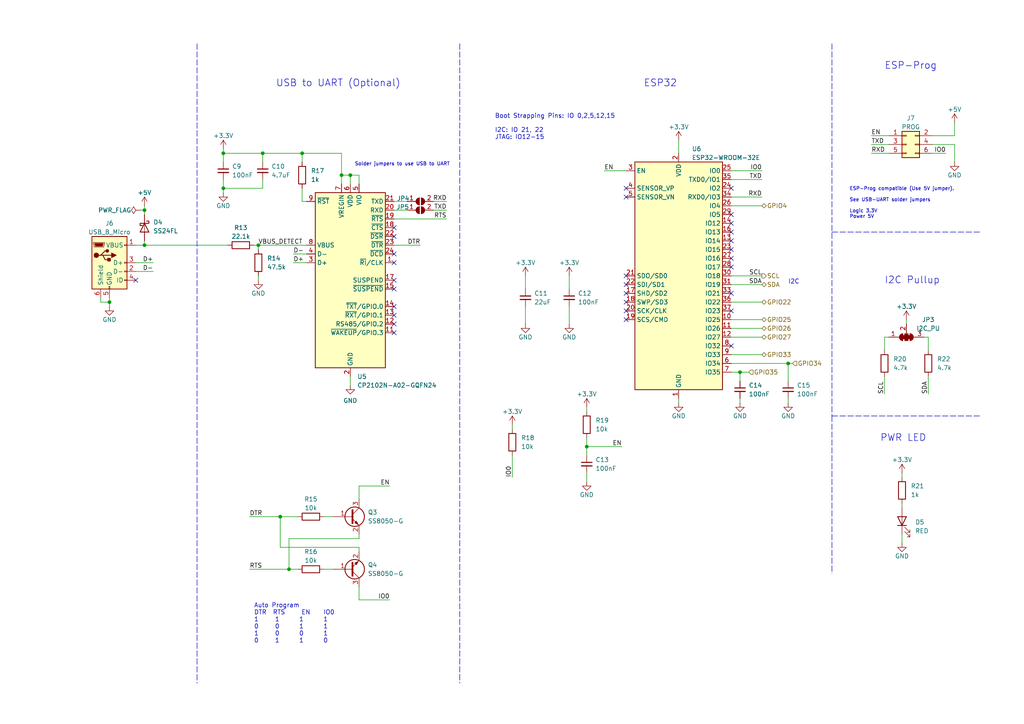
<source format=kicad_sch>
(kicad_sch (version 20211123) (generator eeschema)
  (paper "A4")
  (title_block (title "Blugasm") (date "2023-01-24") (rev "1") (company "saawsm"))
  (lib_symbols
    (symbol "Connector:USB_B_Micro" (pin_names (offset 1.016))
      (property "Reference" "J" (at -5.08 11.43 0))
      (property "Value" "USB_B_Micro" (at -5.08 8.89 0))
      (symbol "USB_B_Micro_0_1"
        (rectangle (start -5.08 -7.62) (end 5.08 7.62) (stroke (width 0.254)) (fill (type background)))
        (circle (center -3.81 2.159) (radius 0.635) (stroke (width 0.254)) (fill (type outline)))
        (circle (center -0.635 3.429) (radius 0.381) (stroke (width 0.254)) (fill (type outline)))
        (rectangle (start -0.127 -7.62) (end 0.127 -6.858))
        (polyline (pts (xy -1.905 2.159) (xy 0.635 2.159)) (stroke (width 0.254)))
        (polyline (pts (xy -3.175 2.159) (xy -2.54 2.159) (xy -1.27 3.429) (xy -0.635 3.429)) (stroke (width 0.254)))
        (polyline (pts (xy -2.54 2.159) (xy -1.905 2.159) (xy -1.27 0.889) (xy 0 0.889)) (stroke (width 0.254)))
        (polyline (pts (xy 0.635 2.794) (xy 0.635 1.524) (xy 1.905 2.159) (xy 0.635 2.794)) (stroke (width 0.254)) (fill (type outline)))
        (polyline (pts (xy -4.318 5.588) (xy -1.778 5.588) (xy -2.032 4.826) (xy -4.064 4.826) (xy -4.318 5.588)) (fill (type outline)))
        (polyline (pts (xy -4.699 5.842) (xy -4.699 5.588) (xy -4.445 4.826) (xy -4.445 4.572) (xy -1.651 4.572) (xy -1.651 4.826) (xy -1.397 5.588) (xy -1.397 5.842) (xy -4.699 5.842)))
        (rectangle (start 0.254 1.27) (end -0.508 0.508) (stroke (width 0.254)) (fill (type outline)))
        (rectangle (start 5.08 -5.207) (end 4.318 -4.953))
        (rectangle (start 5.08 -2.667) (end 4.318 -2.413))
        (rectangle (start 5.08 -0.127) (end 4.318 0.127))
        (rectangle (start 5.08 4.953) (end 4.318 5.207))
      )
      (symbol "USB_B_Micro_1_1"
        (pin power_out line (at 7.62 5.08 180) (length 2.54) (name "VBUS") (number "1"))
        (pin bidirectional line (at 7.62 -2.54 180) (length 2.54) (name "D-") (number "2"))
        (pin bidirectional line (at 7.62 0 180) (length 2.54) (name "D+") (number "3"))
        (pin passive line (at 7.62 -5.08 180) (length 2.54) (name "ID") (number "4"))
        (pin power_out line (at 0 -10.16 90) (length 2.54) (name "GND") (number "5"))
        (pin passive line (at -2.54 -10.16 90) (length 2.54) (name "Shield") (number "6"))
      )
    )
    (symbol "Connector_Generic:Conn_02x03_Odd_Even" (pin_names (offset 1.016) hide)
      (property "Reference" "J" (at 1.27 5.08 0))
      (property "Value" "Conn_02x03_Odd_Even" (at 1.27 -5.08 0))
      (symbol "Conn_02x03_Odd_Even_1_1"
        (rectangle (start -1.27 -2.413) (end 0 -2.667) (stroke (width 0.1524)))
        (rectangle (start -1.27 0.127) (end 0 -0.127) (stroke (width 0.1524)))
        (rectangle (start -1.27 2.667) (end 0 2.413) (stroke (width 0.1524)))
        (rectangle (start -1.27 3.81) (end 3.81 -3.81) (stroke (width 0.254)) (fill (type background)))
        (rectangle (start 3.81 -2.413) (end 2.54 -2.667) (stroke (width 0.1524)))
        (rectangle (start 3.81 0.127) (end 2.54 -0.127) (stroke (width 0.1524)))
        (rectangle (start 3.81 2.667) (end 2.54 2.413) (stroke (width 0.1524)))
        (pin passive line (at -5.08 2.54 0) (length 3.81) (name "Pin_1") (number "1"))
        (pin passive line (at 7.62 2.54 180) (length 3.81) (name "Pin_2") (number "2"))
        (pin passive line (at -5.08 0 0) (length 3.81) (name "Pin_3") (number "3"))
        (pin passive line (at 7.62 0 180) (length 3.81) (name "Pin_4") (number "4"))
        (pin passive line (at -5.08 -2.54 0) (length 3.81) (name "Pin_5") (number "5"))
        (pin passive line (at 7.62 -2.54 180) (length 3.81) (name "Pin_6") (number "6"))
      )
    )
    (symbol "Device:C_Small" (pin_numbers hide) (pin_names (offset 0.254) hide)
      (property "Reference" "C" (at 0.254 1.778 0))
      (property "Value" "C_Small" (at 0.254 -2.032 0))
      (symbol "C_Small_0_1"
        (polyline (pts (xy -1.524 -0.508) (xy 1.524 -0.508)) (stroke (width 0.3302)))
        (polyline (pts (xy -1.524 0.508) (xy 1.524 0.508)) (stroke (width 0.3048)))
      )
      (symbol "C_Small_1_1"
        (pin passive line (at 0 2.54 270) (length 2.032) (name "~") (number "1"))
        (pin passive line (at 0 -2.54 90) (length 2.032) (name "~") (number "2"))
      )
    )
    (symbol "Device:D_Schottky" (pin_numbers hide) (pin_names (offset 1.016) hide)
      (property "Reference" "D" (at 0 2.54 0))
      (property "Value" "D_Schottky" (at 0 -2.54 0))
      (symbol "D_Schottky_0_1"
        (polyline (pts (xy 1.27 0) (xy -1.27 0)))
        (polyline (pts (xy 1.27 1.27) (xy 1.27 -1.27) (xy -1.27 0) (xy 1.27 1.27)) (stroke (width 0.254)))
        (polyline (pts (xy -1.905 0.635) (xy -1.905 1.27) (xy -1.27 1.27) (xy -1.27 -1.27) (xy -0.635 -1.27) (xy -0.635 -0.635)) (stroke (width 0.254)))
      )
      (symbol "D_Schottky_1_1"
        (pin passive line (at -3.81 0 0) (length 2.54) (name "K") (number "1"))
        (pin passive line (at 3.81 0 180) (length 2.54) (name "A") (number "2"))
      )
    )
    (symbol "Device:LED" (pin_numbers hide) (pin_names (offset 1.016) hide)
      (property "Reference" "D" (at 0 2.54 0))
      (property "Value" "LED" (at 0 -2.54 0))
      (symbol "LED_0_1"
        (polyline (pts (xy -1.27 -1.27) (xy -1.27 1.27)) (stroke (width 0.254)))
        (polyline (pts (xy -1.27 0) (xy 1.27 0)))
        (polyline (pts (xy 1.27 -1.27) (xy 1.27 1.27) (xy -1.27 0) (xy 1.27 -1.27)) (stroke (width 0.254)))
        (polyline (pts (xy -3.048 -0.762) (xy -4.572 -2.286) (xy -3.81 -2.286) (xy -4.572 -2.286) (xy -4.572 -1.524)))
        (polyline (pts (xy -1.778 -0.762) (xy -3.302 -2.286) (xy -2.54 -2.286) (xy -3.302 -2.286) (xy -3.302 -1.524)))
      )
      (symbol "LED_1_1"
        (pin passive line (at -3.81 0 0) (length 2.54) (name "K") (number "1"))
        (pin passive line (at 3.81 0 180) (length 2.54) (name "A") (number "2"))
      )
    )
    (symbol "Device:Q_NPN_BEC" (pin_names (offset 0) hide)
      (property "Reference" "Q" (at 5.08 1.27 0))
      (property "Value" "Q_NPN_BEC" (at 5.08 -1.27 0))
      (symbol "Q_NPN_BEC_0_1"
        (polyline (pts (xy 0.635 0.635) (xy 2.54 2.54)))
        (polyline (pts (xy 0.635 -0.635) (xy 2.54 -2.54) (xy 2.54 -2.54)))
        (polyline (pts (xy 0.635 1.905) (xy 0.635 -1.905) (xy 0.635 -1.905)) (stroke (width 0.508)))
        (polyline (pts (xy 1.27 -1.778) (xy 1.778 -1.27) (xy 2.286 -2.286) (xy 1.27 -1.778) (xy 1.27 -1.778)) (fill (type outline)))
        (circle (center 1.27 0) (radius 2.8194) (stroke (width 0.254)))
      )
      (symbol "Q_NPN_BEC_1_1"
        (pin input line (at -5.08 0 0) (length 5.715) (name "B") (number "1"))
        (pin passive line (at 2.54 -5.08 90) (length 2.54) (name "E") (number "2"))
        (pin passive line (at 2.54 5.08 270) (length 2.54) (name "C") (number "3"))
      )
    )
    (symbol "Device:R" (pin_numbers hide) (pin_names (offset 0))
      (property "Reference" "R" (at 2.032 0 90))
      (property "Value" "R" (at 0 0 90))
      (symbol "R_0_1"
        (rectangle (start -1.016 -2.54) (end 1.016 2.54) (stroke (width 0.254)))
      )
      (symbol "R_1_1"
        (pin passive line (at 0 3.81 270) (length 1.27) (name "~") (number "1"))
        (pin passive line (at 0 -3.81 90) (length 1.27) (name "~") (number "2"))
      )
    )
    (symbol "Interface_USB:CP2102N-Axx-xQFN24"
      (property "Reference" "U" (at -8.89 26.67 0))
      (property "Value" "CP2102N-Axx-xQFN24" (at 13.97 26.67 0))
      (symbol "CP2102N-Axx-xQFN24_0_1"
        (rectangle (start -10.16 25.4) (end 10.16 -25.4) (stroke (width 0.254)) (fill (type background)))
      )
      (symbol "CP2102N-Axx-xQFN24_1_1"
        (pin bidirectional line (at 12.7 5.08 180) (length 2.54) (name "~{RI}/CLK") (number "1"))
        (pin no_connect line (at -10.16 -22.86 0) (length 2.54) hide (name "NC") (number "10"))
        (pin bidirectional line (at 12.7 -15.24 180) (length 2.54) (name "~{WAKEUP}/GPIO.3") (number "11"))
        (pin bidirectional line (at 12.7 -12.7 180) (length 2.54) (name "RS485/GPIO.2") (number "12"))
        (pin bidirectional line (at 12.7 -10.16 180) (length 2.54) (name "~{RXT}/GPIO.1") (number "13"))
        (pin bidirectional line (at 12.7 -7.62 180) (length 2.54) (name "~{TXT}/GPIO.0") (number "14"))
        (pin output line (at 12.7 -2.54 180) (length 2.54) (name "~{SUSPEND}") (number "15"))
        (pin no_connect line (at 10.16 -22.86 180) (length 2.54) hide (name "NC") (number "16"))
        (pin output line (at 12.7 0 180) (length 2.54) (name "SUSPEND") (number "17"))
        (pin input line (at 12.7 15.24 180) (length 2.54) (name "~{CTS}") (number "18"))
        (pin output line (at 12.7 17.78 180) (length 2.54) (name "~{RTS}") (number "19"))
        (pin power_in line (at 0 -27.94 90) (length 2.54) (name "GND") (number "2"))
        (pin input line (at 12.7 20.32 180) (length 2.54) (name "RXD") (number "20"))
        (pin output line (at 12.7 22.86 180) (length 2.54) (name "TXD") (number "21"))
        (pin input line (at 12.7 12.7 180) (length 2.54) (name "~{DSR}") (number "22"))
        (pin output line (at 12.7 10.16 180) (length 2.54) (name "~{DTR}") (number "23"))
        (pin input line (at 12.7 7.62 180) (length 2.54) (name "~{DCD}") (number "24"))
        (pin passive line (at 0 -27.94 90) (length 2.54) hide (name "GND") (number "25"))
        (pin bidirectional line (at -12.7 5.08 0) (length 2.54) (name "D+") (number "3"))
        (pin bidirectional line (at -12.7 7.62 0) (length 2.54) (name "D-") (number "4"))
        (pin power_in line (at 2.54 27.94 270) (length 2.54) (name "VIO") (number "5"))
        (pin power_in line (at 0 27.94 270) (length 2.54) (name "VDD") (number "6"))
        (pin power_in line (at -2.54 27.94 270) (length 2.54) (name "VREGIN") (number "7"))
        (pin input line (at -12.7 10.16 0) (length 2.54) (name "VBUS") (number "8"))
        (pin input line (at -12.7 22.86 0) (length 2.54) (name "~{RST}") (number "9"))
      )
    )
    (symbol "Jumper:SolderJumper_2_Open" (pin_names (offset 0) hide)
      (property "Reference" "JP" (at 0 2.032 0))
      (property "Value" "SolderJumper_2_Open" (at 0 -2.54 0))
      (symbol "SolderJumper_2_Open_0_1"
        (arc (start -0.254 1.016) (mid -1.27 0) (end -0.254 -1.016))
        (arc (start -0.254 1.016) (mid -1.27 0) (end -0.254 -1.016) (fill (type outline)))
        (polyline (pts (xy -0.254 1.016) (xy -0.254 -1.016)))
        (polyline (pts (xy 0.254 1.016) (xy 0.254 -1.016)))
        (arc (start 0.254 -1.016) (mid 1.27 0) (end 0.254 1.016))
        (arc (start 0.254 -1.016) (mid 1.27 0) (end 0.254 1.016) (fill (type outline)))
      )
      (symbol "SolderJumper_2_Open_1_1"
        (pin passive line (at -3.81 0 0) (length 2.54) (name "A") (number "1"))
        (pin passive line (at 3.81 0 180) (length 2.54) (name "B") (number "2"))
      )
    )
    (symbol "Jumper:SolderJumper_3_Bridged123" (pin_names (offset 0) hide)
      (property "Reference" "JP" (at -2.54 -2.54 0))
      (property "Value" "SolderJumper_3_Bridged123" (at 0 2.794 0))
      (symbol "SolderJumper_3_Bridged123_0_1"
        (rectangle (start -1.016 0.508) (end -0.508 -0.508) (fill (type outline)))
        (arc (start -1.016 1.016) (mid -2.032 0) (end -1.016 -1.016))
        (arc (start -1.016 1.016) (mid -2.032 0) (end -1.016 -1.016) (fill (type outline)))
        (rectangle (start -0.508 1.016) (end 0.508 -1.016) (fill (type outline)))
        (polyline (pts (xy -2.54 0) (xy -2.032 0)))
        (polyline (pts (xy -1.016 1.016) (xy -1.016 -1.016)))
        (polyline (pts (xy 0 -1.27) (xy 0 -1.016)))
        (polyline (pts (xy 1.016 1.016) (xy 1.016 -1.016)))
        (polyline (pts (xy 2.54 0) (xy 2.032 0)))
        (rectangle (start 0.508 0.508) (end 1.016 -0.508) (fill (type outline)))
        (arc (start 1.016 -1.016) (mid 2.032 0) (end 1.016 1.016))
        (arc (start 1.016 -1.016) (mid 2.032 0) (end 1.016 1.016) (fill (type outline)))
      )
      (symbol "SolderJumper_3_Bridged123_1_1"
        (pin passive line (at -5.08 0 0) (length 2.54) (name "A") (number "1"))
        (pin passive line (at 0 -3.81 90) (length 2.54) (name "C") (number "2"))
        (pin passive line (at 5.08 0 180) (length 2.54) (name "B") (number "3"))
      )
    )
    (symbol "RF_Module:ESP32-WROOM-32D"
      (property "Reference" "U" (at -12.7 34.29 0))
      (property "Value" "ESP32-WROOM-32D" (at 1.27 34.29 0))
      (symbol "ESP32-WROOM-32D_0_1"
        (rectangle (start -12.7 33.02) (end 12.7 -33.02) (stroke (width 0.254)) (fill (type background)))
      )
      (symbol "ESP32-WROOM-32D_1_1"
        (pin power_in line (at 0 -35.56 90) (length 2.54) (name "GND") (number "1"))
        (pin bidirectional line (at 15.24 -12.7 180) (length 2.54) (name "IO25") (number "10"))
        (pin bidirectional line (at 15.24 -15.24 180) (length 2.54) (name "IO26") (number "11"))
        (pin bidirectional line (at 15.24 -17.78 180) (length 2.54) (name "IO27") (number "12"))
        (pin bidirectional line (at 15.24 10.16 180) (length 2.54) (name "IO14") (number "13"))
        (pin bidirectional line (at 15.24 15.24 180) (length 2.54) (name "IO12") (number "14"))
        (pin passive line (at 0 -35.56 90) (length 2.54) hide (name "GND") (number "15"))
        (pin bidirectional line (at 15.24 12.7 180) (length 2.54) (name "IO13") (number "16"))
        (pin bidirectional line (at -15.24 -5.08 0) (length 2.54) (name "SHD/SD2") (number "17"))
        (pin bidirectional line (at -15.24 -7.62 0) (length 2.54) (name "SWP/SD3") (number "18"))
        (pin bidirectional line (at -15.24 -12.7 0) (length 2.54) (name "SCS/CMD") (number "19"))
        (pin power_in line (at 0 35.56 270) (length 2.54) (name "VDD") (number "2"))
        (pin bidirectional line (at -15.24 -10.16 0) (length 2.54) (name "SCK/CLK") (number "20"))
        (pin bidirectional line (at -15.24 0 0) (length 2.54) (name "SDO/SD0") (number "21"))
        (pin bidirectional line (at -15.24 -2.54 0) (length 2.54) (name "SDI/SD1") (number "22"))
        (pin bidirectional line (at 15.24 7.62 180) (length 2.54) (name "IO15") (number "23"))
        (pin bidirectional line (at 15.24 25.4 180) (length 2.54) (name "IO2") (number "24"))
        (pin bidirectional line (at 15.24 30.48 180) (length 2.54) (name "IO0") (number "25"))
        (pin bidirectional line (at 15.24 20.32 180) (length 2.54) (name "IO4") (number "26"))
        (pin bidirectional line (at 15.24 5.08 180) (length 2.54) (name "IO16") (number "27"))
        (pin bidirectional line (at 15.24 2.54 180) (length 2.54) (name "IO17") (number "28"))
        (pin bidirectional line (at 15.24 17.78 180) (length 2.54) (name "IO5") (number "29"))
        (pin input line (at -15.24 30.48 0) (length 2.54) (name "EN") (number "3"))
        (pin bidirectional line (at 15.24 0 180) (length 2.54) (name "IO18") (number "30"))
        (pin bidirectional line (at 15.24 -2.54 180) (length 2.54) (name "IO19") (number "31"))
        (pin no_connect line (at -12.7 -27.94 0) (length 2.54) hide (name "NC") (number "32"))
        (pin bidirectional line (at 15.24 -5.08 180) (length 2.54) (name "IO21") (number "33"))
        (pin bidirectional line (at 15.24 22.86 180) (length 2.54) (name "RXD0/IO3") (number "34"))
        (pin bidirectional line (at 15.24 27.94 180) (length 2.54) (name "TXD0/IO1") (number "35"))
        (pin bidirectional line (at 15.24 -7.62 180) (length 2.54) (name "IO22") (number "36"))
        (pin bidirectional line (at 15.24 -10.16 180) (length 2.54) (name "IO23") (number "37"))
        (pin passive line (at 0 -35.56 90) (length 2.54) hide (name "GND") (number "38"))
        (pin passive line (at 0 -35.56 90) (length 2.54) hide (name "GND") (number "39"))
        (pin input line (at -15.24 25.4 0) (length 2.54) (name "SENSOR_VP") (number "4"))
        (pin input line (at -15.24 22.86 0) (length 2.54) (name "SENSOR_VN") (number "5"))
        (pin input line (at 15.24 -25.4 180) (length 2.54) (name "IO34") (number "6"))
        (pin input line (at 15.24 -27.94 180) (length 2.54) (name "IO35") (number "7"))
        (pin bidirectional line (at 15.24 -20.32 180) (length 2.54) (name "IO32") (number "8"))
        (pin bidirectional line (at 15.24 -22.86 180) (length 2.54) (name "IO33") (number "9"))
      )
    )
    (symbol "power:+3.3V" (power) (pin_names (offset 0))
      (property "Value" "+3.3V" (at 0 3.556 0))
      (symbol "+3.3V_0_1"
        (polyline (pts (xy -0.762 1.27) (xy 0 2.54)))
        (polyline (pts (xy 0 0) (xy 0 2.54)))
        (polyline (pts (xy 0 2.54) (xy 0.762 1.27)))
      )
      (symbol "+3.3V_1_1"
        (pin power_in line (at 0 0 90) (length 0) hide (name "+3.3V") (number "1"))
      )
    )
    (symbol "power:+5V" (power) (pin_names (offset 0))
      (property "Value" "+5V" (at 0 3.556 0))
      (symbol "+5V_0_1"
        (polyline (pts (xy -0.762 1.27) (xy 0 2.54)))
        (polyline (pts (xy 0 0) (xy 0 2.54)))
        (polyline (pts (xy 0 2.54) (xy 0.762 1.27)))
      )
      (symbol "+5V_1_1"
        (pin power_in line (at 0 0 90) (length 0) hide (name "+5V") (number "1"))
      )
    )
    (symbol "power:GND" (power) (pin_names (offset 0))
      (property "Value" "GND" (at 0 -3.81 0))
      (symbol "GND_0_1"
        (polyline (pts (xy 0 0) (xy 0 -1.27) (xy 1.27 -1.27) (xy 0 -2.54) (xy -1.27 -1.27) (xy 0 -1.27)))
      )
      (symbol "GND_1_1"
        (pin power_in line (at 0 0 270) (length 0) hide (name "GND") (number "1"))
      )
    )
    (symbol "power:PWR_FLAG" (power) (pin_numbers hide) (pin_names (offset 0) hide)
      (property "Value" "PWR_FLAG" (at 0 3.81 0))
      (symbol "PWR_FLAG_0_0"
        (pin power_out line (at 0 0 90) (length 0) (name "pwr") (number "1"))
      )
      (symbol "PWR_FLAG_0_1"
        (polyline (pts (xy 0 0) (xy 0 1.27) (xy -1.016 1.905) (xy 0 2.54) (xy 1.016 1.905) (xy 0 1.27)))
      )
    )
  )
  (junction (at 76.2 44.45))
  (junction (at 81.28 149.86))
  (junction (at 41.91 71.12))
  (junction (at 31.75 87.63))
  (junction (at 41.91 60.96))
  (junction (at 74.93 71.12))
  (junction (at 214.63 107.95))
  (junction (at 83.82 165.1))
  (junction (at 99.06 50.8))
  (junction (at 228.6 105.41))
  (junction (at 87.63 44.45))
  (junction (at 64.77 44.45))
  (junction (at 170.18 129.54))
  (junction (at 101.6 50.8))
  (junction (at 64.77 54.61))
  (no_connect (at 212.09 100.33))
  (no_connect (at 212.09 67.31))
  (no_connect (at 114.3 83.82))
  (no_connect (at 181.61 90.17))
  (no_connect (at 114.3 76.2))
  (no_connect (at 181.61 87.63))
  (no_connect (at 212.09 69.85))
  (no_connect (at 181.61 92.71))
  (no_connect (at 212.09 54.61))
  (no_connect (at 114.3 93.98))
  (no_connect (at 114.3 66.04))
  (no_connect (at 114.3 88.9))
  (no_connect (at 114.3 91.44))
  (no_connect (at 114.3 73.66))
  (no_connect (at 181.61 54.61))
  (no_connect (at 212.09 90.17))
  (no_connect (at 181.61 80.01))
  (no_connect (at 181.61 57.15))
  (no_connect (at 212.09 74.93))
  (no_connect (at 212.09 77.47))
  (no_connect (at 114.3 96.52))
  (no_connect (at 114.3 81.28))
  (no_connect (at 212.09 64.77))
  (no_connect (at 212.09 72.39))
  (no_connect (at 181.61 85.09))
  (no_connect (at 39.37 81.28))
  (no_connect (at 181.61 82.55))
  (no_connect (at 114.3 68.58))
  (no_connect (at 212.09 85.09))
  (no_connect (at 212.09 62.23))
  (wire (pts (xy 170.18 127) (xy 170.18 129.54)))
  (wire (pts (xy 99.06 50.8) (xy 99.06 53.34)))
  (wire (pts (xy 39.37 78.74) (xy 44.45 78.74)))
  (wire (pts (xy 214.63 115.57) (xy 214.63 116.84)))
  (wire (pts (xy 212.09 95.25) (xy 220.98 95.25)))
  (wire (pts (xy 165.1 80.01) (xy 165.1 83.82)))
  (wire (pts (xy 72.39 149.86) (xy 81.28 149.86)))
  (wire (pts (xy 256.54 97.79) (xy 256.54 101.6)))
  (wire (pts (xy 212.09 82.55) (xy 220.98 82.55)))
  (wire (pts (xy 93.98 165.1) (xy 96.52 165.1)))
  (wire (pts (xy 64.77 55.88) (xy 64.77 54.61)))
  (wire (pts (xy 196.85 115.57) (xy 196.85 116.84)))
  (wire (pts (xy 170.18 137.16) (xy 170.18 139.7)))
  (wire (pts (xy 76.2 44.45) (xy 87.63 44.45)))
  (wire (pts (xy 101.6 50.8) (xy 101.6 53.34)))
  (wire (pts (xy 41.91 69.85) (xy 41.91 71.12)))
  (wire (pts (xy 104.14 173.99) (xy 113.03 173.99)))
  (wire (pts (xy 269.24 114.3) (xy 269.24 109.22)))
  (wire (pts (xy 257.81 39.37) (xy 252.73 39.37)))
  (wire (pts (xy 64.77 52.07) (xy 64.77 54.61)))
  (wire (pts (xy 104.14 50.8) (xy 101.6 50.8)))
  (wire (pts (xy 104.14 156.21) (xy 83.82 156.21)))
  (polyline (pts (xy 241.3 120.65) (xy 284.48 120.65)))
  (wire (pts (xy 212.09 87.63) (xy 220.98 87.63)))
  (wire (pts (xy 196.85 40.64) (xy 196.85 44.45)))
  (wire (pts (xy 41.91 59.69) (xy 41.91 60.96)))
  (wire (pts (xy 125.73 60.96) (xy 129.54 60.96)))
  (polyline (pts (xy 241.3 12.7) (xy 241.3 120.65)))
  (wire (pts (xy 72.39 165.1) (xy 83.82 165.1)))
  (polyline (pts (xy 133.35 12.7) (xy 133.35 198.12)))
  (wire (pts (xy 212.09 57.15) (xy 220.98 57.15)))
  (wire (pts (xy 74.93 80.01) (xy 74.93 81.28)))
  (wire (pts (xy 170.18 118.11) (xy 170.18 119.38)))
  (wire (pts (xy 88.9 58.42) (xy 87.63 58.42)))
  (wire (pts (xy 276.86 39.37) (xy 270.51 39.37)))
  (wire (pts (xy 104.14 158.75) (xy 104.14 160.02)))
  (wire (pts (xy 152.4 80.01) (xy 152.4 83.82)))
  (wire (pts (xy 85.09 76.2) (xy 88.9 76.2)))
  (wire (pts (xy 29.21 87.63) (xy 31.75 87.63)))
  (wire (pts (xy 257.81 41.91) (xy 252.73 41.91)))
  (wire (pts (xy 212.09 97.79) (xy 220.98 97.79)))
  (wire (pts (xy 64.77 44.45) (xy 76.2 44.45)))
  (wire (pts (xy 104.14 53.34) (xy 104.14 50.8)))
  (wire (pts (xy 40.64 60.96) (xy 41.91 60.96)))
  (wire (pts (xy 212.09 105.41) (xy 228.6 105.41)))
  (wire (pts (xy 212.09 49.53) (xy 220.98 49.53)))
  (wire (pts (xy 93.98 149.86) (xy 96.52 149.86)))
  (wire (pts (xy 86.36 149.86) (xy 81.28 149.86)))
  (wire (pts (xy 212.09 102.87) (xy 220.98 102.87)))
  (wire (pts (xy 276.86 46.99) (xy 276.86 41.91)))
  (wire (pts (xy 165.1 88.9) (xy 165.1 93.98)))
  (wire (pts (xy 276.86 35.56) (xy 276.86 39.37)))
  (wire (pts (xy 170.18 129.54) (xy 180.34 129.54)))
  (wire (pts (xy 74.93 71.12) (xy 88.9 71.12)))
  (wire (pts (xy 41.91 62.23) (xy 41.91 60.96)))
  (wire (pts (xy 212.09 59.69) (xy 220.98 59.69)))
  (wire (pts (xy 73.66 71.12) (xy 74.93 71.12)))
  (wire (pts (xy 87.63 58.42) (xy 87.63 54.61)))
  (wire (pts (xy 104.14 154.94) (xy 104.14 156.21)))
  (wire (pts (xy 101.6 109.22) (xy 101.6 111.76)))
  (wire (pts (xy 269.24 97.79) (xy 269.24 101.6)))
  (polyline (pts (xy 57.15 12.7) (xy 57.15 198.12)))
  (wire (pts (xy 83.82 156.21) (xy 83.82 165.1)))
  (wire (pts (xy 214.63 107.95) (xy 212.09 107.95)))
  (wire (pts (xy 212.09 92.71) (xy 220.98 92.71)))
  (wire (pts (xy 148.59 132.08) (xy 148.59 138.43)))
  (wire (pts (xy 104.14 144.78) (xy 104.14 140.97)))
  (wire (pts (xy 270.51 44.45) (xy 274.32 44.45)))
  (wire (pts (xy 31.75 86.36) (xy 31.75 87.63)))
  (wire (pts (xy 74.93 71.12) (xy 74.93 72.39)))
  (wire (pts (xy 87.63 44.45) (xy 87.63 46.99)))
  (wire (pts (xy 114.3 60.96) (xy 118.11 60.96)))
  (wire (pts (xy 114.3 63.5) (xy 129.54 63.5)))
  (wire (pts (xy 228.6 105.41) (xy 229.87 105.41)))
  (wire (pts (xy 39.37 76.2) (xy 44.45 76.2)))
  (wire (pts (xy 114.3 71.12) (xy 121.92 71.12)))
  (wire (pts (xy 152.4 88.9) (xy 152.4 93.98)))
  (wire (pts (xy 270.51 41.91) (xy 276.86 41.91)))
  (wire (pts (xy 175.26 49.53) (xy 181.61 49.53)))
  (wire (pts (xy 29.21 86.36) (xy 29.21 87.63)))
  (wire (pts (xy 212.09 52.07) (xy 220.98 52.07)))
  (wire (pts (xy 101.6 50.8) (xy 99.06 50.8)))
  (wire (pts (xy 228.6 115.57) (xy 228.6 116.84)))
  (wire (pts (xy 212.09 80.01) (xy 220.98 80.01)))
  (wire (pts (xy 99.06 44.45) (xy 99.06 50.8)))
  (wire (pts (xy 76.2 52.07) (xy 76.2 54.61)))
  (wire (pts (xy 170.18 129.54) (xy 170.18 132.08)))
  (polyline (pts (xy 241.3 120.65) (xy 241.3 166.37)))
  (wire (pts (xy 31.75 87.63) (xy 31.75 88.9)))
  (wire (pts (xy 257.81 97.79) (xy 256.54 97.79)))
  (wire (pts (xy 256.54 114.3) (xy 256.54 109.22)))
  (wire (pts (xy 261.62 154.94) (xy 261.62 157.48)))
  (wire (pts (xy 87.63 44.45) (xy 99.06 44.45)))
  (wire (pts (xy 85.09 73.66) (xy 88.9 73.66)))
  (wire (pts (xy 261.62 137.16) (xy 261.62 138.43)))
  (wire (pts (xy 125.73 58.42) (xy 129.54 58.42)))
  (wire (pts (xy 41.91 71.12) (xy 66.04 71.12)))
  (wire (pts (xy 114.3 58.42) (xy 118.11 58.42)))
  (wire (pts (xy 262.89 92.71) (xy 262.89 93.98)))
  (wire (pts (xy 64.77 44.45) (xy 64.77 46.99)))
  (wire (pts (xy 81.28 149.86) (xy 81.28 158.75)))
  (wire (pts (xy 217.17 107.95) (xy 214.63 107.95)))
  (wire (pts (xy 261.62 146.05) (xy 261.62 147.32)))
  (wire (pts (xy 64.77 43.18) (xy 64.77 44.45)))
  (wire (pts (xy 83.82 165.1) (xy 86.36 165.1)))
  (wire (pts (xy 228.6 105.41) (xy 228.6 110.49)))
  (wire (pts (xy 267.97 97.79) (xy 269.24 97.79)))
  (polyline (pts (xy 241.3 67.31) (xy 284.48 67.31)))
  (wire (pts (xy 76.2 44.45) (xy 76.2 46.99)))
  (wire (pts (xy 104.14 170.18) (xy 104.14 173.99)))
  (wire (pts (xy 81.28 158.75) (xy 104.14 158.75)))
  (wire (pts (xy 39.37 71.12) (xy 41.91 71.12)))
  (wire (pts (xy 214.63 107.95) (xy 214.63 110.49)))
  (wire (pts (xy 104.14 140.97) (xy 113.03 140.97)))
  (wire (pts (xy 148.59 123.19) (xy 148.59 124.46)))
  (wire (pts (xy 257.81 44.45) (xy 252.73 44.45)))
  (wire (pts (xy 64.77 54.61) (xy 76.2 54.61)))
  (text "ESP32" (at 186.69 25.4 0) (effects (font (size 2 2)) (justify left bottom)))
  (text "PWR LED" (at 255.27 128.27 0) (effects (font (size 2 2)) (justify left bottom)))
  (text "ESP-Prog" (at 256.54 20.32 0) (effects (font (size 2 2)) (justify left bottom)))
  (text "I2C Pullup" (at 256.54 82.55 0) (effects (font (size 2 2)) (justify left bottom)))
  (text "Solder jumpers to use USB to UART" (at 102.87 48.26 0) (effects (font (size 1 1)) (justify left bottom)))
  (text "I2C" (at 228.6 82.55 0) (effects (font (size 1.27 1.27)) (justify left bottom)))
  (text "USB to UART (Optional)" (at 80.01 25.4 0) (effects (font (size 2 2)) (justify left bottom)))
  (text "Boot Strapping Pins: IO 0,2,5,12,15\n\nI2C: IO 21, 22\nJTAG: IO12-15" (at 143.51 40.64 0) (effects (font (size 1.27 1.27)) (justify left bottom)))
  (text "Auto Program\nDTR  RTS     EN    IO0\n1     1      1      1\n0     0      1      1\n1     0      0      1\n0     1      1      0" (at 73.66 186.69 0) (effects (font (size 1.27 1.27)) (justify left bottom)))
  (text "ESP-Prog compatible (Use 5V jumper).\n\nSee USB-UART solder jumpers\n\nLogic 3.3V\nPower 5V\n" (at 246.38 63.5 0) (effects (font (size 1 1)) (justify left bottom)))
  (label "SCL" (at 256.54 114.3 90))
  (label "VBUS_DETECT" (at 74.93 71.12 0))
  (label "RXD" (at 129.54 58.42 180))
  (label "IO0" (at 274.32 44.45 180))
  (label "RXD" (at 220.98 57.15 180))
  (label "SCL" (at 220.98 80.01 180))
  (label "RTS" (at 72.39 165.1 0))
  (label "IO0" (at 148.59 138.43 90))
  (label "RXD" (at 252.73 44.45 0))
  (label "DTR" (at 72.39 149.86 0))
  (label "TXD" (at 129.54 60.96 180))
  (label "EN" (at 180.34 129.54 180))
  (label "DTR" (at 121.92 71.12 180))
  (label "RTS" (at 129.54 63.5 180))
  (label "EN" (at 113.03 140.97 180))
  (label "TXD" (at 252.73 41.91 0))
  (label "EN" (at 252.73 39.37 0))
  (label "SDA" (at 269.24 114.3 90))
  (label "D-" (at 85.09 73.66 0))
  (label "D+" (at 44.45 76.2 180))
  (label "D-" (at 44.45 78.74 180))
  (label "EN" (at 175.26 49.53 0))
  (label "TXD" (at 220.98 52.07 180))
  (label "IO0" (at 113.03 173.99 180))
  (label "SDA" (at 220.98 82.55 180))
  (label "IO0" (at 220.98 49.53 180))
  (label "D+" (at 85.09 76.2 0))
  (hierarchical_label "GPIO34" (shape input) (at 229.87 105.41 0))
  (hierarchical_label "GPIO26" (shape bidirectional) (at 220.98 95.25 0))
  (hierarchical_label "SDA" (shape bidirectional) (at 220.98 82.55 0))
  (hierarchical_label "GPIO33" (shape bidirectional) (at 220.98 102.87 0))
  (hierarchical_label "GPIO4" (shape bidirectional) (at 220.98 59.69 0))
  (hierarchical_label "GPIO27" (shape bidirectional) (at 220.98 97.79 0))
  (hierarchical_label "GPIO25" (shape bidirectional) (at 220.98 92.71 0))
  (hierarchical_label "SCL" (shape output) (at 220.98 80.01 0))
  (hierarchical_label "GPIO35" (shape input) (at 217.17 107.95 0))
  (hierarchical_label "GPIO22" (shape bidirectional) (at 220.98 87.63 0))
  (symbol (lib_id "Device:R") (at 170.18 123.19 180) (unit 1)
    (property "Reference" "R19" (at 172.72 121.9199 0) (effects (justify right)))
    (property "Value" "10k" (at 172.72 124.4599 0) (effects (justify right)))
    (property "Footprint" "Resistor_SMD:R_0603_1608Metric" (effects hide))
    (property "MPN" "RC0603FR-0710KL" (effects hide))
    (property "LCSC" "C98220" (effects hide))
    (property "MOUSER" "603-RC0603FR-0710KL" (effects hide))
  )
  (symbol (lib_id "power:+3.3V") (at 148.59 123.19 0) (unit 1)
    (property "Reference" "#PWR050" (effects hide))
    (property "Value" "+3.3V" (at 148.59 119.38 0))
  )
  (symbol (lib_id "power:+5V") (at 41.91 59.69 0) (unit 1)
    (property "Reference" "#PWR045" (effects hide))
    (property "Value" "+5V" (at 41.91 55.88 0))
  )
  (symbol (lib_id "Jumper:SolderJumper_2_Open") (at 121.92 60.96 0) (unit 1) (in_bom no)
    (property "Reference" "JP5" (at 116.8215 60.0426 0))
    (property "Value" "UART_RXD" (effects hide))
    (property "Footprint" "Jumper:SolderJumper-2_P1.3mm_Open_RoundedPad1.0x1.5mm" (effects hide))
  )
  (symbol (lib_id "power:GND") (at 261.62 157.48 0) (unit 1)
    (property "Reference" "#PWR060" (effects hide))
    (property "Value" "GND" (at 261.62 161.29 0))
  )
  (symbol (lib_id "Device:R") (at 256.54 105.41 0) (unit 1)
    (property "Reference" "R20" (at 259.08 104.1399 0) (effects (justify left)))
    (property "Value" "4.7k" (at 259.08 106.6799 0) (effects (justify left)))
    (property "Footprint" "Resistor_SMD:R_0603_1608Metric" (effects hide))
    (property "MPN" "RC0603FR-074K7L" (effects hide))
    (property "LCSC" "C99782" (effects hide))
    (property "MOUSER" "603-RC0603FR-074K7L" (effects hide))
  )
  (symbol (lib_id "power:+3.3V") (at 196.85 40.64 0) (unit 1)
    (property "Reference" "#PWR057" (effects hide))
    (property "Value" "+3.3V" (at 196.85 36.83 0))
  )
  (symbol (lib_id "Device:R") (at 74.93 76.2 0) (unit 1)
    (property "Reference" "R14" (at 77.47 74.9299 0) (effects (justify left)))
    (property "Value" "47.5k" (at 77.47 77.4699 0) (effects (justify left)))
    (property "Footprint" "Resistor_SMD:R_0603_1608Metric" (effects hide))
    (property "MPN" "RC0603FR-1047K5L" (effects hide))
    (property "LCSC" "C4149630" (effects hide))
    (property "MOUSER" "603-RC0603FR-1047K5L" (effects hide))
  )
  (symbol (lib_id "Device:Q_NPN_BEC") (at 101.6 165.1 0) (mirror x) (unit 1)
    (property "Reference" "Q4" (at 106.68 163.8299 0) (effects (justify left)))
    (property "Value" "SS8050-G" (at 106.68 166.3699 0) (effects (justify left)))
    (property "Footprint" "Package_TO_SOT_SMD:SOT-23" (effects hide))
    (property "Datasheet" "https://mouser.com/datasheet/2/80/SS8050_G_RevA181526-2506539.pdf" (effects hide))
    (property "MPN" "SS8050-G" (effects hide))
    (property "LCSC" "C164886" (effects hide))
    (property "MOUSER" "750-SS8050-G" (effects hide))
  )
  (symbol (lib_id "power:GND") (at 31.75 88.9 0) (unit 1)
    (property "Reference" "#PWR044" (effects hide))
    (property "Value" "GND" (at 31.75 92.71 0))
  )
  (symbol (lib_id "Device:R") (at 87.63 50.8 0) (unit 1)
    (property "Reference" "R17" (at 90.17 49.5299 0) (effects (justify left)))
    (property "Value" "1k" (at 90.17 52.0699 0) (effects (justify left)))
    (property "Footprint" "Resistor_SMD:R_0603_1608Metric" (effects hide))
    (property "MPN" "RC0603FR-071KL" (effects hide))
    (property "LCSC" "C22548" (effects hide))
    (property "MOUSER" "603-RC0603FR-071KL" (effects hide))
  )
  (symbol (lib_id "Device:C_Small") (at 228.6 113.03 0) (unit 1)
    (property "Reference" "C15" (at 231.14 111.76 0) (effects (justify left)))
    (property "Value" "100nF" (at 231.14 114.3 0) (effects (justify left)))
    (property "Footprint" "Capacitor_SMD:C_0603_1608Metric" (effects hide))
    (property "MPN" "CL10B104KB8NNWC" (effects hide))
    (property "LCSC" "C1591" (effects hide))
    (property "MOUSER" "187-CL10B104KB8NNNC" (effects hide))
  )
  (symbol (lib_id "power:+5V") (at 276.86 35.56 0) (unit 1)
    (property "Reference" "#PWR062" (effects hide))
    (property "Value" "+5V" (at 276.86 31.75 0))
  )
  (symbol (lib_id "Device:R") (at 90.17 165.1 90) (unit 1)
    (property "Reference" "R16" (at 90.17 160.02 90))
    (property "Value" "10k" (at 90.17 162.56 90))
    (property "Footprint" "Resistor_SMD:R_0603_1608Metric" (effects hide))
    (property "MPN" "RC0603FR-0710KL" (effects hide))
    (property "LCSC" "C98220" (effects hide))
    (property "MOUSER" "603-RC0603FR-0710KL" (effects hide))
  )
  (symbol (lib_id "Device:C_Small") (at 152.4 86.36 0) (unit 1)
    (property "Reference" "C11" (at 154.94 85.09 0) (effects (justify left)))
    (property "Value" "22uF" (at 154.94 87.63 0) (effects (justify left)))
    (property "Footprint" "Capacitor_SMD:C_0603_1608Metric" (effects hide))
    (property "MPN" "CL10A106MA8NRNC" (effects hide))
    (property "LCSC" "C96446" (effects hide))
    (property "MOUSER" "187-CL10A106MA8NRNC" (effects hide))
  )
  (symbol (lib_id "power:GND") (at 276.86 46.99 0) (unit 1)
    (property "Reference" "#PWR063" (effects hide))
    (property "Value" "GND" (at 276.86 50.8 0))
  )
  (symbol (lib_id "power:+3.3V") (at 262.89 92.71 0) (unit 1)
    (property "Reference" "#PWR061" (effects hide))
    (property "Value" "+3.3V" (at 262.89 88.9 0))
  )
  (symbol (lib_id "power:+3.3V") (at 261.62 137.16 0) (unit 1)
    (property "Reference" "#PWR059" (effects hide))
    (property "Value" "+3.3V" (at 261.62 133.35 0))
  )
  (symbol (lib_id "Device:C_Small") (at 165.1 86.36 0) (unit 1)
    (property "Reference" "C12" (at 167.64 85.09 0) (effects (justify left)))
    (property "Value" "100nF" (at 167.64 87.63 0) (effects (justify left)))
    (property "Footprint" "Capacitor_SMD:C_0603_1608Metric" (effects hide))
    (property "MPN" "CL10B104KB8NNWC" (effects hide))
    (property "LCSC" "C1591" (effects hide))
    (property "MOUSER" "187-CL10B104KB8NNNC" (effects hide))
  )
  (symbol (lib_id "power:+3.3V") (at 64.77 43.18 0) (unit 1)
    (property "Reference" "#PWR046" (effects hide))
    (property "Value" "+3.3V" (at 64.77 39.37 0))
  )
  (symbol (lib_id "power:GND") (at 170.18 139.7 0) (unit 1)
    (property "Reference" "#PWR056" (effects hide))
    (property "Value" "GND" (at 170.18 143.51 0))
  )
  (symbol (lib_id "Jumper:SolderJumper_3_Bridged123") (at 262.89 97.79 0) (mirror x) (unit 1) (in_bom no)
    (property "Reference" "JP3" (at 269.24 92.71 0))
    (property "Value" "I2C_PU" (at 269.24 95.25 0))
    (property "Footprint" "SaawLib:SolderJumper-3_P1.3mm_Bridged123_Pad1.0x1.5mm_NumberLabels" (effects hide))
  )
  (symbol (lib_id "Device:LED") (at 261.62 151.13 90) (unit 1)
    (property "Reference" "D5" (at 265.43 151.4474 90) (effects (justify right)))
    (property "Value" "RED" (at 265.43 153.9874 90) (effects (justify right)))
    (property "Footprint" "LED_SMD:LED_0603_1608Metric" (effects hide))
    (property "MPN" "150060RS75000" (effects hide))
    (property "MOUSER" "710-150060RS75000" (effects hide))
  )
  (symbol (lib_id "Device:R") (at 261.62 142.24 180) (unit 1)
    (property "Reference" "R21" (at 264.16 140.9699 0) (effects (justify right)))
    (property "Value" "1k" (at 264.16 143.5099 0) (effects (justify right)))
    (property "Footprint" "Resistor_SMD:R_0603_1608Metric" (effects hide))
    (property "MPN" "RC0603FR-071KL" (effects hide))
    (property "LCSC" "C22548" (effects hide))
    (property "MOUSER" "603-RC0603FR-071KL" (effects hide))
  )
  (symbol (lib_id "power:GND") (at 196.85 116.84 0) (unit 1)
    (property "Reference" "#PWR058" (effects hide))
    (property "Value" "GND" (at 196.85 120.65 0))
  )
  (symbol (lib_id "power:GND") (at 64.77 55.88 0) (unit 1)
    (property "Reference" "#PWR047" (effects hide))
    (property "Value" "GND" (at 64.77 59.69 0))
  )
  (symbol (lib_id "Device:C_Small") (at 76.2 49.53 0) (unit 1)
    (property "Reference" "C10" (at 78.74 48.2662 0) (effects (justify left)))
    (property "Value" "4.7uF" (at 78.74 50.8062 0) (effects (justify left)))
    (property "Footprint" "Capacitor_SMD:C_0603_1608Metric" (effects hide))
    (property "MPN" "CL10A475KQ8NNWC" (effects hide))
    (property "LCSC" "C3849923" (effects hide))
    (property "MOUSER" "187-CL10A475KQ8NNWC" (effects hide))
  )
  (symbol (lib_id "power:+3.3V") (at 165.1 80.01 0) (unit 1)
    (property "Reference" "#PWR053" (effects hide))
    (property "Value" "+3.3V" (at 165.1 76.2 0))
  )
  (symbol (lib_id "Device:C_Small") (at 214.63 113.03 0) (mirror y) (unit 1)
    (property "Reference" "C14" (at 217.17 111.7662 0) (effects (justify right)))
    (property "Value" "100nF" (at 217.17 114.3062 0) (effects (justify right)))
    (property "Footprint" "Capacitor_SMD:C_0603_1608Metric" (effects hide))
    (property "MPN" "CL10B104KB8NNWC" (effects hide))
    (property "LCSC" "C1591" (effects hide))
    (property "MOUSER" "187-CL10B104KB8NNNC" (effects hide))
  )
  (symbol (lib_id "Connector_Generic:Conn_02x03_Odd_Even") (at 262.89 41.91 0) (unit 1)
    (property "Reference" "J7" (at 264.16 34.29 0))
    (property "Value" "PROG" (at 264.16 36.83 0))
    (property "Footprint" "Connector_IDC:IDC-Header_2x03_P2.54mm_Vertical" (effects hide))
  )
  (symbol (lib_id "RF_Module:ESP32-WROOM-32D") (at 196.85 80.01 0) (unit 1)
    (property "Reference" "U6" (at 200.66 43.18 0) (effects (justify left)))
    (property "Value" "ESP32-WROOM-32E" (at 200.66 45.72 0) (effects (justify left)))
    (property "Footprint" "RF_Module:ESP32-WROOM-32" (effects hide))
    (property "Datasheet" "https://www.espressif.com/sites/default/files/documentation/esp32-wroom-32e_esp32-wroom-32ue_datasheet_en.pdf" (effects hide))
    (property "MPN" "ESP32-WROOM-32E-N16" (effects hide))
    (property "LCSC" "C701343" (effects hide))
    (property "MOUSER" "356-ESP32WRM32E128PH" (effects hide))
  )
  (symbol (lib_id "Device:D_Schottky") (at 41.91 66.04 270) (unit 1)
    (property "Reference" "D4" (at 44.45 64.4524 90) (effects (justify left)))
    (property "Value" "SS24FL" (at 44.45 66.9924 90) (effects (justify left)))
    (property "Footprint" "Diode_SMD:D_SOD-123F" (effects hide))
    (property "MPN" "SS24FL" (effects hide))
    (property "LCSC" "C894433" (effects hide))
    (property "MOUSER" "512-SS24FL" (effects hide))
  )
  (symbol (lib_id "power:+3.3V") (at 170.18 118.11 0) (unit 1)
    (property "Reference" "#PWR055" (effects hide))
    (property "Value" "+3.3V" (at 170.18 114.3 0))
  )
  (symbol (lib_id "power:GND") (at 165.1 93.98 0) (unit 1)
    (property "Reference" "#PWR054" (effects hide))
    (property "Value" "GND" (at 165.1 97.79 0))
  )
  (symbol (lib_id "power:PWR_FLAG") (at 40.64 60.96 90) (unit 1)
    (property "Reference" "#FLG04" (effects hide))
    (property "Value" "PWR_FLAG" (at 38.1 60.9599 90) (effects (justify left)))
  )
  (symbol (lib_id "Device:Q_NPN_BEC") (at 101.6 149.86 0) (unit 1)
    (property "Reference" "Q3" (at 106.68 148.5899 0) (effects (justify left)))
    (property "Value" "SS8050-G" (at 106.68 151.1299 0) (effects (justify left)))
    (property "Footprint" "Package_TO_SOT_SMD:SOT-23" (effects hide))
    (property "Datasheet" "https://mouser.com/datasheet/2/80/SS8050_G_RevA181526-2506539.pdf" (effects hide))
    (property "MPN" "SS8050-G" (effects hide))
    (property "LCSC" "C164886" (effects hide))
    (property "MOUSER" "750-SS8050-G" (effects hide))
  )
  (symbol (lib_id "Jumper:SolderJumper_2_Open") (at 121.92 58.42 0) (unit 1) (in_bom no)
    (property "Reference" "JP4" (at 116.9488 57.5609 0))
    (property "Value" "UART_TXD" (effects hide))
    (property "Footprint" "Jumper:SolderJumper-2_P1.3mm_Open_RoundedPad1.0x1.5mm" (effects hide))
  )
  (symbol (lib_id "power:GND") (at 152.4 93.98 0) (unit 1)
    (property "Reference" "#PWR052" (effects hide))
    (property "Value" "GND" (at 152.4 97.79 0))
  )
  (symbol (lib_id "power:GND") (at 74.93 81.28 0) (unit 1)
    (property "Reference" "#PWR048" (effects hide))
    (property "Value" "GND" (at 74.93 85.09 0))
  )
  (symbol (lib_id "power:GND") (at 228.6 116.84 0) (mirror y) (unit 1)
    (property "Reference" "#PWR065" (effects hide))
    (property "Value" "GND" (at 228.6 120.65 0))
  )
  (symbol (lib_id "power:+3.3V") (at 152.4 80.01 0) (unit 1)
    (property "Reference" "#PWR051" (effects hide))
    (property "Value" "+3.3V" (at 152.4 76.2 0))
  )
  (symbol (lib_id "power:GND") (at 214.63 116.84 0) (mirror y) (unit 1)
    (property "Reference" "#PWR064" (effects hide))
    (property "Value" "GND" (at 214.63 120.65 0))
  )
  (symbol (lib_id "Interface_USB:CP2102N-Axx-xQFN24") (at 101.6 81.28 0) (unit 1)
    (property "Reference" "U5" (at 103.6194 109.22 0) (effects (justify left)))
    (property "Value" "CP2102N-A02-GQFN24" (at 103.6194 111.76 0) (effects (justify left)))
    (property "Footprint" "Package_DFN_QFN:QFN-24-1EP_4x4mm_P0.5mm_EP2.6x2.6mm" (effects hide))
    (property "Datasheet" "https://www.silabs.com/documents/public/data-sheets/cp2102n-datasheet.pdf" (effects hide))
    (property "MPN" "CP2102N-A02-GQFN24R" (effects hide))
    (property "LCSC" "C969151" (effects hide))
    (property "MOUSER" "634-CP2102NA02QFN24R" (effects hide))
  )
  (symbol (lib_id "Device:C_Small") (at 64.77 49.53 0) (unit 1)
    (property "Reference" "C9" (at 67.31 48.2662 0) (effects (justify left)))
    (property "Value" "100nF" (at 67.31 50.8062 0) (effects (justify left)))
    (property "Footprint" "Capacitor_SMD:C_0603_1608Metric" (effects hide))
    (property "MPN" "CL10B104KB8NNWC" (effects hide))
    (property "LCSC" "C1591" (effects hide))
    (property "MOUSER" "187-CL10B104KB8NNNC" (effects hide))
  )
  (symbol (lib_id "Device:R") (at 269.24 105.41 0) (unit 1)
    (property "Reference" "R22" (at 271.78 104.1399 0) (effects (justify left)))
    (property "Value" "4.7k" (at 271.78 106.6799 0) (effects (justify left)))
    (property "Footprint" "Resistor_SMD:R_0603_1608Metric" (effects hide))
    (property "MPN" "RC0603FR-074K7L" (effects hide))
    (property "LCSC" "C99782" (effects hide))
    (property "MOUSER" "603-RC0603FR-074K7L" (effects hide))
  )
  (symbol (lib_id "Device:R") (at 69.85 71.12 90) (unit 1)
    (property "Reference" "R13" (at 69.85 66.04 90))
    (property "Value" "22.1k" (at 69.85 68.58 90))
    (property "Footprint" "Resistor_SMD:R_0603_1608Metric" (effects hide))
    (property "MPN" "RC0603FR-0722K1L" (effects hide))
    (property "LCSC" "C137768" (effects hide))
    (property "MOUSER" "603-RC0603FR-0722K1L" (effects hide))
  )
  (symbol (lib_id "Device:R") (at 90.17 149.86 90) (unit 1)
    (property "Reference" "R15" (at 90.17 144.78 90))
    (property "Value" "10k" (at 90.17 147.32 90))
    (property "Footprint" "Resistor_SMD:R_0603_1608Metric" (effects hide))
    (property "MPN" "RC0603FR-0710KL" (effects hide))
    (property "LCSC" "C98220" (effects hide))
    (property "MOUSER" "603-RC0603FR-0710KL" (effects hide))
  )
  (symbol (lib_id "power:GND") (at 101.6 111.76 0) (unit 1)
    (property "Reference" "#PWR049" (effects hide))
    (property "Value" "GND" (at 101.6 116.205 0))
  )
  (symbol (lib_id "Connector:USB_B_Micro") (at 31.75 76.2 0) (unit 1)
    (property "Reference" "J6" (at 31.75 64.77 0))
    (property "Value" "USB_B_Micro" (at 31.75 67.31 0))
    (property "Footprint" "Connector_USB:USB_Micro-B_GCT_USB3076-30-A" (effects hide))
    (property "MPN" "USB3076-30-A" (effects hide))
    (property "MOUSER" "640-USB3076-30-A" (effects hide))
  )
  (symbol (lib_id "Device:R") (at 148.59 128.27 180) (unit 1)
    (property "Reference" "R18" (at 151.13 126.9999 0) (effects (justify right)))
    (property "Value" "10k" (at 151.13 129.5399 0) (effects (justify right)))
    (property "Footprint" "Resistor_SMD:R_0603_1608Metric" (effects hide))
    (property "MPN" "RC0603FR-0710KL" (effects hide))
    (property "LCSC" "C98220" (effects hide))
    (property "MOUSER" "603-RC0603FR-0710KL" (effects hide))
  )
  (symbol (lib_id "Device:C_Small") (at 170.18 134.62 0) (unit 1)
    (property "Reference" "C13" (at 172.72 133.35 0) (effects (justify left)))
    (property "Value" "100nF" (at 172.72 135.89 0) (effects (justify left)))
    (property "Footprint" "Capacitor_SMD:C_0603_1608Metric" (effects hide))
    (property "MPN" "CL10B104KB8NNWC" (effects hide))
    (property "LCSC" "C1591" (effects hide))
    (property "MOUSER" "187-CL10B104KB8NNNC" (effects hide))
  )
)
</source>
